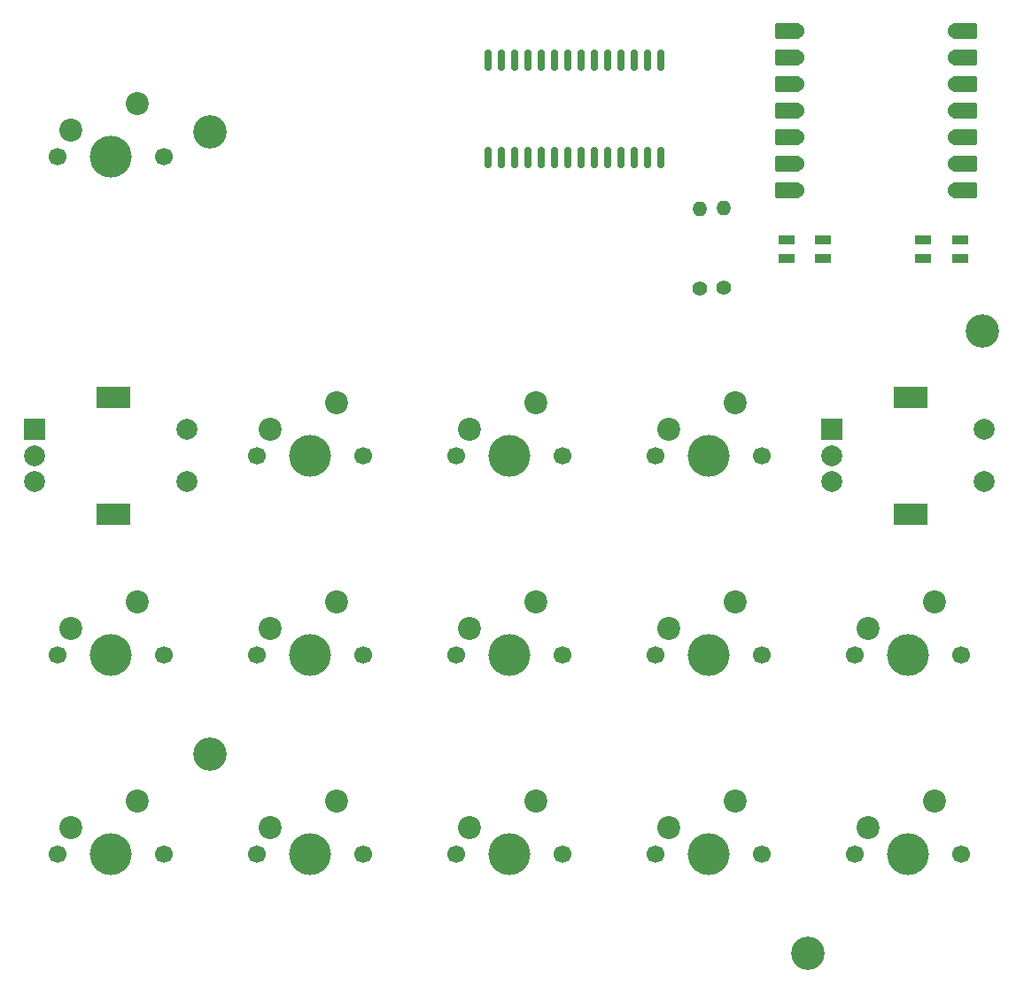
<source format=gbr>
%TF.GenerationSoftware,KiCad,Pcbnew,8.0.8*%
%TF.CreationDate,2025-02-16T20:36:26+13:00*%
%TF.ProjectId,hackpad,6861636b-7061-4642-9e6b-696361645f70,rev?*%
%TF.SameCoordinates,Original*%
%TF.FileFunction,Soldermask,Top*%
%TF.FilePolarity,Negative*%
%FSLAX46Y46*%
G04 Gerber Fmt 4.6, Leading zero omitted, Abs format (unit mm)*
G04 Created by KiCad (PCBNEW 8.0.8) date 2025-02-16 20:36:26*
%MOMM*%
%LPD*%
G01*
G04 APERTURE LIST*
G04 Aperture macros list*
%AMRoundRect*
0 Rectangle with rounded corners*
0 $1 Rounding radius*
0 $2 $3 $4 $5 $6 $7 $8 $9 X,Y pos of 4 corners*
0 Add a 4 corners polygon primitive as box body*
4,1,4,$2,$3,$4,$5,$6,$7,$8,$9,$2,$3,0*
0 Add four circle primitives for the rounded corners*
1,1,$1+$1,$2,$3*
1,1,$1+$1,$4,$5*
1,1,$1+$1,$6,$7*
1,1,$1+$1,$8,$9*
0 Add four rect primitives between the rounded corners*
20,1,$1+$1,$2,$3,$4,$5,0*
20,1,$1+$1,$4,$5,$6,$7,0*
20,1,$1+$1,$6,$7,$8,$9,0*
20,1,$1+$1,$8,$9,$2,$3,0*%
G04 Aperture macros list end*
%ADD10RoundRect,0.152400X1.063600X0.609600X-1.063600X0.609600X-1.063600X-0.609600X1.063600X-0.609600X0*%
%ADD11C,1.524000*%
%ADD12RoundRect,0.152400X-1.063600X-0.609600X1.063600X-0.609600X1.063600X0.609600X-1.063600X0.609600X0*%
%ADD13C,1.400000*%
%ADD14O,1.400000X1.400000*%
%ADD15R,1.600000X0.850000*%
%ADD16C,1.700000*%
%ADD17C,4.000000*%
%ADD18C,2.200000*%
%ADD19R,2.000000X2.000000*%
%ADD20C,2.000000*%
%ADD21R,3.200000X2.000000*%
%ADD22C,3.200000*%
%ADD23RoundRect,0.150000X0.150000X-0.875000X0.150000X0.875000X-0.150000X0.875000X-0.150000X-0.875000X0*%
G04 APERTURE END LIST*
D10*
%TO.C,U1*%
X174220200Y-49891300D03*
D11*
X175055200Y-49891300D03*
D10*
X174220200Y-52431300D03*
D11*
X175055200Y-52431300D03*
D10*
X174220200Y-54971300D03*
D11*
X175055200Y-54971300D03*
D10*
X174220200Y-57511300D03*
D11*
X175055200Y-57511300D03*
D10*
X174220200Y-60051300D03*
D11*
X175055200Y-60051300D03*
D10*
X174220200Y-62591300D03*
D11*
X175055200Y-62591300D03*
D10*
X174220200Y-65131300D03*
D11*
X175055200Y-65131300D03*
X190295200Y-65131300D03*
D12*
X191130200Y-65131300D03*
D11*
X190295200Y-62591300D03*
D12*
X191130200Y-62591300D03*
D11*
X190295200Y-60051300D03*
D12*
X191130200Y-60051300D03*
D11*
X190295200Y-57511300D03*
D12*
X191130200Y-57511300D03*
D11*
X190295200Y-54971300D03*
D12*
X191130200Y-54971300D03*
D11*
X190295200Y-52431300D03*
D12*
X191130200Y-52431300D03*
D11*
X190295200Y-49891300D03*
D12*
X191130200Y-49891300D03*
%TD*%
D13*
%TO.C,R2*%
X165820000Y-74457100D03*
D14*
X165820000Y-66837100D03*
%TD*%
D15*
%TO.C,D1*%
X174141300Y-69846200D03*
X174141300Y-71596200D03*
X177641300Y-71596200D03*
X177641300Y-69846200D03*
%TD*%
D16*
%TO.C,SW6*%
X104457500Y-109537500D03*
D17*
X109537500Y-109537500D03*
D16*
X114617500Y-109537500D03*
D18*
X112077500Y-104457500D03*
X105727500Y-106997500D03*
%TD*%
D13*
%TO.C,R1*%
X168116300Y-74453700D03*
D14*
X168116300Y-66833700D03*
%TD*%
D16*
%TO.C,SW13*%
X142557500Y-128587500D03*
D17*
X147637500Y-128587500D03*
D16*
X152717500Y-128587500D03*
D18*
X150177500Y-123507500D03*
X143827500Y-126047500D03*
%TD*%
D16*
%TO.C,SW14*%
X161607500Y-128587500D03*
D17*
X166687500Y-128587500D03*
D16*
X171767500Y-128587500D03*
D18*
X169227500Y-123507500D03*
X162877500Y-126047500D03*
%TD*%
D16*
%TO.C,SW9*%
X161607500Y-109537500D03*
D17*
X166687500Y-109537500D03*
D16*
X171767500Y-109537500D03*
D18*
X169227500Y-104457500D03*
X162877500Y-106997500D03*
%TD*%
D19*
%TO.C,SW5*%
X178487500Y-87987500D03*
D20*
X178487500Y-92987500D03*
X178487500Y-90487500D03*
D21*
X185987500Y-84887500D03*
X185987500Y-96087500D03*
D20*
X192987500Y-92987500D03*
X192987500Y-87987500D03*
%TD*%
D16*
%TO.C,SW12*%
X123507500Y-128587500D03*
D17*
X128587500Y-128587500D03*
D16*
X133667500Y-128587500D03*
D18*
X131127500Y-123507500D03*
X124777500Y-126047500D03*
%TD*%
D22*
%TO.C,REF\u002A\u002A*%
X119062500Y-59531250D03*
%TD*%
D16*
%TO.C,SW3*%
X142557500Y-90498100D03*
D17*
X147637500Y-90487468D03*
D16*
X152717500Y-90498100D03*
D18*
X150177500Y-85418100D03*
X143827500Y-87958100D03*
%TD*%
D22*
%TO.C,REF\u002A\u002A*%
X119062500Y-119062500D03*
%TD*%
D16*
%TO.C,SW11*%
X104457500Y-128587500D03*
D17*
X109537500Y-128587500D03*
D16*
X114617500Y-128587500D03*
D18*
X112077500Y-123507500D03*
X105727500Y-126047500D03*
%TD*%
D22*
%TO.C,REF\u002A\u002A*%
X176212500Y-138112500D03*
%TD*%
D16*
%TO.C,SW15*%
X180657500Y-128587500D03*
D17*
X185737500Y-128587500D03*
D16*
X190817500Y-128587500D03*
D18*
X188277500Y-123507500D03*
X181927500Y-126047500D03*
%TD*%
D16*
%TO.C,SW7*%
X123507500Y-109537500D03*
D17*
X128587500Y-109537500D03*
D16*
X133667500Y-109537500D03*
D18*
X131127500Y-104457500D03*
X124777500Y-106997500D03*
%TD*%
D16*
%TO.C,SW10*%
X180657500Y-109537500D03*
D17*
X185737500Y-109537500D03*
D16*
X190817500Y-109537500D03*
D18*
X188277500Y-104457500D03*
X181927500Y-106997500D03*
%TD*%
D16*
%TO.C,SW4*%
X161607500Y-90489600D03*
D17*
X166687500Y-90487548D03*
D16*
X171767500Y-90489600D03*
D18*
X169227500Y-85409600D03*
X162877500Y-87949600D03*
%TD*%
D23*
%TO.C,U2*%
X145573800Y-61958700D03*
X146843800Y-61958700D03*
X148113800Y-61958700D03*
X149383800Y-61958700D03*
X150653800Y-61958700D03*
X151923800Y-61958700D03*
X153193800Y-61958700D03*
X154463800Y-61958700D03*
X155733800Y-61958700D03*
X157003800Y-61958700D03*
X158273800Y-61958700D03*
X159543800Y-61958700D03*
X160813800Y-61958700D03*
X162083800Y-61958700D03*
X162083800Y-52658700D03*
X160813800Y-52658700D03*
X159543800Y-52658700D03*
X158273800Y-52658700D03*
X157003800Y-52658700D03*
X155733800Y-52658700D03*
X154463800Y-52658700D03*
X153193800Y-52658700D03*
X151923800Y-52658700D03*
X150653800Y-52658700D03*
X149383800Y-52658700D03*
X148113800Y-52658700D03*
X146843800Y-52658700D03*
X145573800Y-52658700D03*
%TD*%
D15*
%TO.C,D2*%
X187198000Y-69834000D03*
X187198000Y-71584000D03*
X190698000Y-71584000D03*
X190698000Y-69834000D03*
%TD*%
D19*
%TO.C,SW1*%
X102287500Y-87987500D03*
D20*
X102287500Y-92987500D03*
X102287500Y-90487500D03*
D21*
X109787500Y-84887500D03*
X109787500Y-96087500D03*
D20*
X116787500Y-92987500D03*
X116787500Y-87987500D03*
%TD*%
D16*
%TO.C,SW8*%
X142557500Y-109537500D03*
D17*
X147637500Y-109537500D03*
D16*
X152717500Y-109537500D03*
D18*
X150177500Y-104457500D03*
X143827500Y-106997500D03*
%TD*%
D16*
%TO.C,SW16*%
X104457500Y-61912500D03*
D17*
X109537500Y-61912500D03*
D16*
X114617500Y-61912500D03*
D18*
X112077500Y-56832500D03*
X105727500Y-59372500D03*
%TD*%
D22*
%TO.C,REF\u002A\u002A*%
X192881250Y-78581250D03*
%TD*%
D16*
%TO.C,SW2*%
X123520000Y-90487500D03*
D17*
X128600000Y-90487500D03*
D16*
X133680000Y-90487500D03*
D18*
X131140000Y-85407500D03*
X124790000Y-87947500D03*
%TD*%
M02*

</source>
